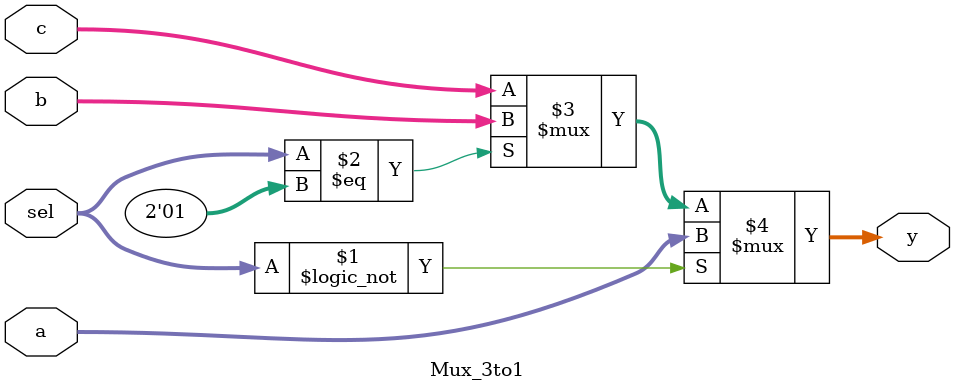
<source format=v>
module Mux_3to1(a, b, c, sel, y);
    input [31:0] a, b, c; 
    input [1:0] sel;
    output [31:0] y;

    assign y = (sel == 2'b00) ? a :
               (sel == 2'b01) ? b :
               c;

endmodule

</source>
